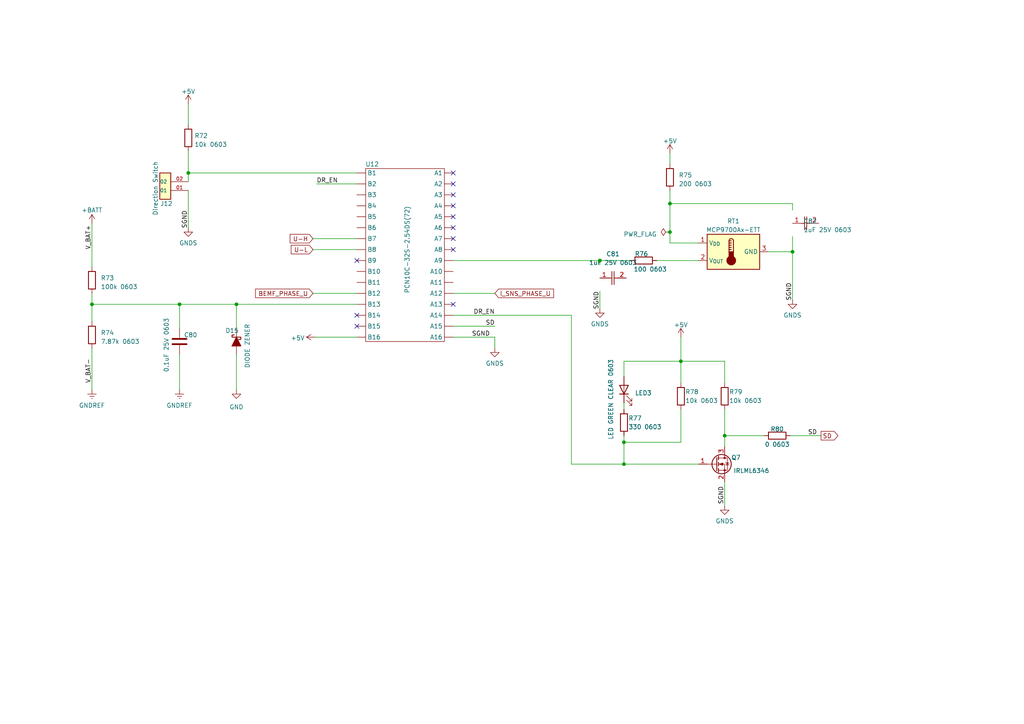
<source format=kicad_sch>
(kicad_sch (version 20231120) (generator "eeschema") (generator_version "8.0")
  (paper "A4")
  (lib_symbols
    (symbol "C0603C105K3RAC7411:C0603C105K3RAC7411" (pin_names (offset 0.254))
      (property "Reference" "C" (at 3.81 3.81 0))
      (property "Value" "C0603C105K3RAC7411" (at 3.81 -3.81 0))
      (symbol "C0603C105K3RAC7411_1_1"
        (polyline (pts (xy 2.54 0) (xy 3.4798 0)) (stroke (width 0.2032)))
        (polyline (pts (xy 3.4798 -1.905) (xy 3.4798 1.905)) (stroke (width 0.2032)))
        (polyline (pts (xy 4.1148 -1.905) (xy 4.1148 1.905)) (stroke (width 0.2032)))
        (polyline (pts (xy 4.1148 0) (xy 5.08 0)) (stroke (width 0.2032)))
        (pin unspecified line (at 0 0 0) (length 2.54) (name "") (number "1"))
        (pin unspecified line (at 7.62 0 180) (length 2.54) (name "") (number "2"))
      )
      (symbol "C0603C105K3RAC7411_1_2"
        (polyline (pts (xy -1.905 -4.1148) (xy 1.905 -4.1148)) (stroke (width 0.2032)))
        (polyline (pts (xy -1.905 -3.4798) (xy 1.905 -3.4798)) (stroke (width 0.2032)))
        (polyline (pts (xy 0 -4.1148) (xy 0 -5.08)) (stroke (width 0.2032)))
        (polyline (pts (xy 0 -2.54) (xy 0 -3.4798)) (stroke (width 0.2032)))
        (pin unspecified line (at 0 0 270) (length 2.54) (name "") (number "1"))
        (pin unspecified line (at 0 -7.62 90) (length 2.54) (name "") (number "2"))
      )
    )
    (symbol "Device:C" (pin_numbers hide) (pin_names (offset 0.254))
      (property "Reference" "C" (at 0.635 2.54 0))
      (property "Value" "C" (at 0.635 -2.54 0))
      (symbol "C_0_1"
        (polyline (pts (xy -2.032 -0.762) (xy 2.032 -0.762)) (stroke (width 0.508)))
        (polyline (pts (xy -2.032 0.762) (xy 2.032 0.762)) (stroke (width 0.508)))
      )
      (symbol "C_1_1"
        (pin passive line (at 0 3.81 270) (length 2.794) (name "~") (number "1"))
        (pin passive line (at 0 -3.81 90) (length 2.794) (name "~") (number "2"))
      )
    )
    (symbol "Device:D_Schottky_Filled" (pin_numbers hide) (pin_names (offset 1.016) hide)
      (property "Reference" "D" (at 0 2.54 0))
      (property "Value" "D_Schottky_Filled" (at 0 -2.54 0))
      (symbol "D_Schottky_Filled_0_1"
        (polyline (pts (xy 1.27 0) (xy -1.27 0)))
        (polyline (pts (xy 1.27 1.27) (xy 1.27 -1.27) (xy -1.27 0) (xy 1.27 1.27)) (stroke (width 0.254)) (fill (type outline)))
        (polyline (pts (xy -1.905 0.635) (xy -1.905 1.27) (xy -1.27 1.27) (xy -1.27 -1.27) (xy -0.635 -1.27) (xy -0.635 -0.635)) (stroke (width 0.254)))
      )
      (symbol "D_Schottky_Filled_1_1"
        (pin passive line (at -3.81 0 0) (length 2.54) (name "K") (number "1"))
        (pin passive line (at 3.81 0 180) (length 2.54) (name "A") (number "2"))
      )
    )
    (symbol "Device:LED" (pin_numbers hide) (pin_names (offset 1.016) hide)
      (property "Reference" "D" (at 0 2.54 0))
      (property "Value" "LED" (at 0 -2.54 0))
      (symbol "LED_0_1"
        (polyline (pts (xy -1.27 -1.27) (xy -1.27 1.27)) (stroke (width 0.254)))
        (polyline (pts (xy -1.27 0) (xy 1.27 0)))
        (polyline (pts (xy 1.27 -1.27) (xy 1.27 1.27) (xy -1.27 0) (xy 1.27 -1.27)) (stroke (width 0.254)))
        (polyline (pts (xy -3.048 -0.762) (xy -4.572 -2.286) (xy -3.81 -2.286) (xy -4.572 -2.286) (xy -4.572 -1.524)))
        (polyline (pts (xy -1.778 -0.762) (xy -3.302 -2.286) (xy -2.54 -2.286) (xy -3.302 -2.286) (xy -3.302 -1.524)))
      )
      (symbol "LED_1_1"
        (pin passive line (at -3.81 0 0) (length 2.54) (name "K") (number "1"))
        (pin passive line (at 3.81 0 180) (length 2.54) (name "A") (number "2"))
      )
    )
    (symbol "Device:R" (pin_numbers hide) (pin_names (offset 0))
      (property "Reference" "R" (at 2.032 0 90))
      (property "Value" "R" (at 0 0 90))
      (symbol "R_0_1"
        (rectangle (start -1.016 -2.54) (end 1.016 2.54) (stroke (width 0.254)))
      )
      (symbol "R_1_1"
        (pin passive line (at 0 3.81 270) (length 1.27) (name "~") (number "1"))
        (pin passive line (at 0 -3.81 90) (length 1.27) (name "~") (number "2"))
      )
    )
    (symbol "PCN10C-32S-2:PCN10C-32S-2.54DS(72)"
      (property "Reference" "U?" (at -9.525 26.035 0))
      (property "Value" "PCN10C-32S-2.54DS(72)" (at 0.889 4.699 90))
      (symbol "PCN10C-32S-2.54DS(72)_0_1"
        (rectangle (start -11.43 24.765) (end 11.43 -25.4))
      )
      (symbol "PCN10C-32S-2.54DS(72)_1_1"
        (pin passive line (at 13.97 23.495 180) (length 2.54) (name "A1") (number ""))
        (pin passive line (at 13.97 -5.08 180) (length 2.54) (name "A10") (number ""))
        (pin passive line (at 13.97 -8.255 180) (length 2.54) (name "A11") (number ""))
        (pin passive line (at 13.97 -11.43 180) (length 2.54) (name "A12") (number ""))
        (pin passive line (at 13.97 -14.605 180) (length 2.54) (name "A13") (number ""))
        (pin passive line (at 13.97 -17.78 180) (length 2.54) (name "A14") (number ""))
        (pin passive line (at 13.97 -20.955 180) (length 2.54) (name "A15") (number ""))
        (pin passive line (at 13.97 -24.13 180) (length 2.54) (name "A16") (number ""))
        (pin passive line (at 13.97 20.32 180) (length 2.54) (name "A2") (number ""))
        (pin passive line (at 13.97 17.145 180) (length 2.54) (name "A3") (number ""))
        (pin passive line (at 13.97 13.97 180) (length 2.54) (name "A4") (number ""))
        (pin passive line (at 13.97 10.795 180) (length 2.54) (name "A5") (number ""))
        (pin passive line (at 13.97 7.62 180) (length 2.54) (name "A6") (number ""))
        (pin passive line (at 13.97 4.445 180) (length 2.54) (name "A7") (number ""))
        (pin passive line (at 13.97 1.27 180) (length 2.54) (name "A8") (number ""))
        (pin passive line (at 13.97 -1.905 180) (length 2.54) (name "A9") (number ""))
        (pin passive line (at -13.97 23.495 0) (length 2.54) (name "B1") (number ""))
        (pin passive line (at -13.97 -5.08 0) (length 2.54) (name "B10") (number ""))
        (pin passive line (at -13.97 -8.255 0) (length 2.54) (name "B11") (number ""))
        (pin passive line (at -13.97 -11.43 0) (length 2.54) (name "B12") (number ""))
        (pin passive line (at -13.97 -14.605 0) (length 2.54) (name "B13") (number ""))
        (pin passive line (at -13.97 -17.78 0) (length 2.54) (name "B14") (number ""))
        (pin passive line (at -13.97 -20.955 0) (length 2.54) (name "B15") (number ""))
        (pin passive line (at -13.97 -24.13 0) (length 2.54) (name "B16") (number ""))
        (pin passive line (at -13.97 20.32 0) (length 2.54) (name "B2") (number ""))
        (pin passive line (at -13.97 17.145 0) (length 2.54) (name "B3") (number ""))
        (pin passive line (at -13.97 13.97 0) (length 2.54) (name "B4") (number ""))
        (pin passive line (at -13.97 10.795 0) (length 2.54) (name "B5") (number ""))
        (pin passive line (at -13.97 7.62 0) (length 2.54) (name "B6") (number ""))
        (pin passive line (at -13.97 4.445 0) (length 2.54) (name "B7") (number ""))
        (pin passive line (at -13.97 1.27 0) (length 2.54) (name "B8") (number ""))
        (pin passive line (at -13.97 -1.905 0) (length 2.54) (name "B9") (number ""))
      )
    )
    (symbol "Sensor_Temperature:MCP9700Ax-ETT"
      (property "Reference" "U?" (at -5.08 6.35 0))
      (property "Value" "MCP9700Ax-ETT" (at 7.62 -6.35 0))
      (symbol "MCP9700Ax-ETT_0_1"
        (rectangle (start -7.62 5.08) (end 7.62 -5.08) (stroke (width 0.254)) (fill (type background)))
        (rectangle (start -1.27 0) (end 0 -1.905) (stroke (width 0.254)) (fill (type outline)))
        (circle (center -0.635 -2.54) (radius 1.27) (stroke (width 0.254)) (fill (type outline)))
        (polyline (pts (xy -1.27 0.635) (xy -0.635 0.635)) (stroke (width 0.254)))
        (polyline (pts (xy -1.27 1.27) (xy -0.635 1.27)) (stroke (width 0.254)))
        (polyline (pts (xy -1.27 1.905) (xy -0.635 1.905)) (stroke (width 0.254)))
        (polyline (pts (xy -1.27 2.54) (xy -0.635 2.54)) (stroke (width 0.254)))
        (polyline (pts (xy -1.27 3.175) (xy -1.27 0)) (stroke (width 0.254)))
        (polyline (pts (xy -1.27 3.175) (xy -0.635 3.175)) (stroke (width 0.254)))
        (polyline (pts (xy 0 3.175) (xy 0 0)) (stroke (width 0.254)))
        (arc (start 0 3.175) (mid -0.635 3.8073) (end -1.27 3.175) (stroke (width 0.254)))
      )
      (symbol "MCP9700Ax-ETT_1_1"
        (pin power_in line (at -10.16 2.54 0) (length 2.54) (name "V_{DD}") (number "1"))
        (pin output line (at -10.16 -2.54 0) (length 2.54) (name "V_{OUT}") (number "2"))
        (pin power_in line (at 10.16 0 180) (length 2.54) (name "GND") (number "3"))
      )
    )
    (symbol "TSW-102-08-L-S:TSW-102-08-L-S" (pin_names (offset 1.016))
      (property "Reference" "J?" (at 0 6.35 0))
      (property "Value" "TSW-102-08-L-S" (at 0 3.81 0))
      (symbol "TSW-102-08-L-S_0_0"
        (rectangle (start -7.62 5.08) (end -4.445 -2.54) (stroke (width 0.254)) (fill (type background)))
        (pin passive line (at -12.7 2.54 0) (length 5.08) (name "01") (number "01"))
        (pin passive line (at -12.7 0 0) (length 5.08) (name "02") (number "02"))
      )
    )
    (symbol "Transistor_FET:IRLML0030" (pin_names hide)
      (property "Reference" "Q" (at 5.08 1.905 0))
      (property "Value" "IRLML0030" (at 5.08 0 0))
      (symbol "IRLML0030_0_1"
        (polyline (pts (xy 0.254 0) (xy -2.54 0)))
        (polyline (pts (xy 0.254 1.905) (xy 0.254 -1.905)) (stroke (width 0.254)))
        (polyline (pts (xy 0.762 -1.27) (xy 0.762 -2.286)) (stroke (width 0.254)))
        (polyline (pts (xy 0.762 0.508) (xy 0.762 -0.508)) (stroke (width 0.254)))
        (polyline (pts (xy 0.762 2.286) (xy 0.762 1.27)) (stroke (width 0.254)))
        (polyline (pts (xy 2.54 2.54) (xy 2.54 1.778)))
        (polyline (pts (xy 2.54 -2.54) (xy 2.54 0) (xy 0.762 0)))
        (polyline (pts (xy 0.762 -1.778) (xy 3.302 -1.778) (xy 3.302 1.778) (xy 0.762 1.778)))
        (polyline (pts (xy 1.016 0) (xy 2.032 0.381) (xy 2.032 -0.381) (xy 1.016 0)) (fill (type outline)))
        (polyline (pts (xy 2.794 0.508) (xy 2.921 0.381) (xy 3.683 0.381) (xy 3.81 0.254)))
        (polyline (pts (xy 3.302 0.381) (xy 2.921 -0.254) (xy 3.683 -0.254) (xy 3.302 0.381)))
        (circle (center 1.651 0) (radius 2.794) (stroke (width 0.254)))
        (circle (center 2.54 -1.778) (radius 0.254) (fill (type outline)))
        (circle (center 2.54 1.778) (radius 0.254) (fill (type outline)))
      )
      (symbol "IRLML0030_1_1"
        (pin input line (at -5.08 0 0) (length 2.54) (name "G") (number "1"))
        (pin passive line (at 2.54 -5.08 90) (length 2.54) (name "S") (number "2"))
        (pin passive line (at 2.54 5.08 270) (length 2.54) (name "D") (number "3"))
      )
    )
    (symbol "power:+5V" (power) (pin_names (offset 0))
      (property "Value" "+5V" (at 0 3.556 0))
      (symbol "+5V_0_1"
        (polyline (pts (xy -0.762 1.27) (xy 0 2.54)))
        (polyline (pts (xy 0 0) (xy 0 2.54)))
        (polyline (pts (xy 0 2.54) (xy 0.762 1.27)))
      )
      (symbol "+5V_1_1"
        (pin power_in line (at 0 0 90) (length 0) hide (name "+5V") (number "1"))
      )
    )
    (symbol "power:+BATT" (power) (pin_names (offset 0))
      (property "Value" "+BATT" (at 0 3.556 0))
      (symbol "+BATT_0_1"
        (polyline (pts (xy -0.762 1.27) (xy 0 2.54)))
        (polyline (pts (xy 0 0) (xy 0 2.54)))
        (polyline (pts (xy 0 2.54) (xy 0.762 1.27)))
      )
      (symbol "+BATT_1_1"
        (pin power_in line (at 0 0 90) (length 0) hide (name "+BATT") (number "1"))
      )
    )
    (symbol "power:GND" (power) (pin_names (offset 0))
      (property "Value" "GND" (at 0 -3.81 0))
      (symbol "GND_0_1"
        (polyline (pts (xy 0 0) (xy 0 -1.27) (xy 1.27 -1.27) (xy 0 -2.54) (xy -1.27 -1.27) (xy 0 -1.27)))
      )
      (symbol "GND_1_1"
        (pin power_in line (at 0 0 270) (length 0) hide (name "GND") (number "1"))
      )
    )
    (symbol "power:GNDREF" (power) (pin_names (offset 0))
      (property "Value" "GNDREF" (at 0 -3.81 0))
      (symbol "GNDREF_0_1"
        (polyline (pts (xy -0.635 -1.905) (xy 0.635 -1.905)))
        (polyline (pts (xy -0.127 -2.54) (xy 0.127 -2.54)))
        (polyline (pts (xy 0 -1.27) (xy 0 0)))
        (polyline (pts (xy 1.27 -1.27) (xy -1.27 -1.27)))
      )
      (symbol "GNDREF_1_1"
        (pin power_in line (at 0 0 270) (length 0) hide (name "GNDREF") (number "1"))
      )
    )
    (symbol "power:GNDS" (power) (pin_names (offset 0))
      (property "Value" "GNDS" (at 0 -3.81 0))
      (symbol "GNDS_0_1"
        (polyline (pts (xy 0 0) (xy 0 -1.27) (xy 1.27 -1.27) (xy 0 -2.54) (xy -1.27 -1.27) (xy 0 -1.27)))
      )
      (symbol "GNDS_1_1"
        (pin power_in line (at 0 0 270) (length 0) hide (name "GNDS") (number "1"))
      )
    )
    (symbol "power:PWR_FLAG" (power) (pin_numbers hide) (pin_names (offset 0) hide)
      (property "Value" "PWR_FLAG" (at 0 3.81 0))
      (symbol "PWR_FLAG_0_0"
        (pin power_out line (at 0 0 90) (length 0) (name "pwr") (number "1"))
      )
      (symbol "PWR_FLAG_0_1"
        (polyline (pts (xy 0 0) (xy 0 1.27) (xy -1.016 1.905) (xy 0 2.54) (xy 1.016 1.905) (xy 0 1.27)))
      )
    )
  )
  (junction (at 229.87 73.025))
  (junction (at 180.975 128.27))
  (junction (at 26.67 88.265))
  (junction (at 194.31 67.31))
  (junction (at 180.975 134.62))
  (junction (at 173.99 75.565))
  (junction (at 194.31 59.055))
  (junction (at 52.07 88.265))
  (junction (at 197.485 104.775))
  (junction (at 210.185 126.365))
  (junction (at 68.58 88.265))
  (junction (at 54.61 50.165))
  (no_connect (at 131.445 59.69))
  (no_connect (at 131.445 72.39))
  (no_connect (at 131.445 69.215))
  (no_connect (at 103.505 75.565))
  (no_connect (at 131.445 53.34))
  (no_connect (at 131.445 62.865))
  (no_connect (at 131.445 88.265))
  (no_connect (at 131.445 56.515))
  (no_connect (at 103.505 91.44))
  (no_connect (at 131.445 66.04))
  (no_connect (at 131.445 50.165))
  (no_connect (at 103.505 94.615))
  (wire (pts (xy 194.31 59.055) (xy 194.31 55.245)))
  (wire (pts (xy 131.445 91.44) (xy 165.735 91.44)))
  (wire (pts (xy 26.67 64.77) (xy 26.67 77.47)))
  (wire (pts (xy 165.735 91.44) (xy 165.735 134.62)))
  (wire (pts (xy 54.61 50.165) (xy 103.505 50.165)))
  (wire (pts (xy 131.445 97.79) (xy 143.51 97.79)))
  (wire (pts (xy 190.5 75.565) (xy 202.565 75.565)))
  (wire (pts (xy 52.07 88.265) (xy 68.58 88.265)))
  (wire (pts (xy 194.31 44.45) (xy 194.31 47.625)))
  (wire (pts (xy 202.565 134.62) (xy 180.975 134.62)))
  (wire (pts (xy 180.975 116.84) (xy 180.975 118.745)))
  (wire (pts (xy 68.58 88.265) (xy 103.505 88.265)))
  (wire (pts (xy 210.185 126.365) (xy 221.615 126.365)))
  (wire (pts (xy 54.61 50.165) (xy 54.61 43.815)))
  (wire (pts (xy 197.485 128.27) (xy 180.975 128.27)))
  (wire (pts (xy 165.735 134.62) (xy 180.975 134.62)))
  (wire (pts (xy 143.51 97.79) (xy 143.51 100.965)))
  (wire (pts (xy 229.87 59.055) (xy 229.87 60.96)))
  (wire (pts (xy 229.87 73.025) (xy 222.885 73.025)))
  (wire (pts (xy 180.975 128.27) (xy 180.975 134.62)))
  (wire (pts (xy 210.185 118.745) (xy 210.185 126.365)))
  (wire (pts (xy 103.505 85.09) (xy 90.805 85.09)))
  (wire (pts (xy 68.58 88.265) (xy 68.58 95.25)))
  (wire (pts (xy 26.67 85.09) (xy 26.67 88.265)))
  (wire (pts (xy 210.185 104.775) (xy 197.485 104.775)))
  (wire (pts (xy 131.445 94.615) (xy 143.51 94.615)))
  (wire (pts (xy 197.485 104.775) (xy 180.975 104.775)))
  (wire (pts (xy 197.485 97.79) (xy 197.485 104.775)))
  (wire (pts (xy 54.61 55.245) (xy 54.61 66.04)))
  (wire (pts (xy 229.235 126.365) (xy 238.125 126.365)))
  (wire (pts (xy 180.975 104.775) (xy 180.975 109.22)))
  (wire (pts (xy 91.821 53.34) (xy 103.505 53.34)))
  (wire (pts (xy 173.99 84.455) (xy 173.99 89.535)))
  (wire (pts (xy 91.44 97.79) (xy 103.505 97.79)))
  (wire (pts (xy 131.445 75.565) (xy 173.99 75.565)))
  (wire (pts (xy 202.565 70.485) (xy 194.31 70.485)))
  (wire (pts (xy 180.975 126.365) (xy 180.975 128.27)))
  (wire (pts (xy 197.485 118.745) (xy 197.485 128.27)))
  (wire (pts (xy 197.485 111.125) (xy 197.485 104.775)))
  (wire (pts (xy 229.87 68.58) (xy 229.87 73.025)))
  (wire (pts (xy 103.505 72.39) (xy 90.805 72.39)))
  (wire (pts (xy 210.185 139.7) (xy 210.185 146.685)))
  (wire (pts (xy 210.185 111.125) (xy 210.185 104.775)))
  (wire (pts (xy 52.07 88.265) (xy 52.07 95.25)))
  (wire (pts (xy 26.67 100.965) (xy 26.67 113.03)))
  (wire (pts (xy 26.67 88.265) (xy 52.07 88.265)))
  (wire (pts (xy 173.99 76.835) (xy 173.99 75.565)))
  (wire (pts (xy 52.07 102.87) (xy 52.07 113.03)))
  (wire (pts (xy 26.67 88.265) (xy 26.67 93.345)))
  (wire (pts (xy 173.99 75.565) (xy 182.88 75.565)))
  (wire (pts (xy 210.185 126.365) (xy 210.185 129.54)))
  (wire (pts (xy 103.505 69.215) (xy 90.805 69.215)))
  (wire (pts (xy 54.61 30.099) (xy 54.61 36.195)))
  (wire (pts (xy 229.87 73.025) (xy 229.87 86.995)))
  (wire (pts (xy 194.31 67.31) (xy 194.31 59.055)))
  (wire (pts (xy 68.58 102.87) (xy 68.58 113.03)))
  (wire (pts (xy 194.31 59.055) (xy 229.87 59.055)))
  (wire (pts (xy 194.31 70.485) (xy 194.31 67.31)))
  (wire (pts (xy 131.445 85.09) (xy 143.51 85.09)))
  (wire (pts (xy 54.61 50.165) (xy 54.61 52.705)))
  (label "SGND" (at 173.99 84.455 270))
  (label "SGND" (at 210.185 140.97 270))
  (label "V_BAT-" (at 26.67 111.125 90))
  (label "SGND" (at 142.113 97.79 180))
  (label "DR_EN" (at 91.821 53.34 0))
  (label "SD" (at 234.315 126.365 0))
  (label "SGND" (at 229.87 81.915 270))
  (label "SGND" (at 54.61 60.96 270))
  (label "DR_EN" (at 143.51 91.44 180))
  (label "SD" (at 143.51 94.615 180))
  (label "V_BAT+" (at 26.67 72.39 90))
  (global_label "SD" (shape output) (at 238.125 126.365 0) (property "Intersheetrefs" "${INTERSHEET_REFS}" (effects (hide yes))))
  (global_label "BEMF_PHASE_U" (shape input) (at 90.805 85.09 180) (property "Intersheetrefs" "${INTERSHEET_REFS}" (effects (hide yes))))
  (global_label "U-H" (shape input) (at 90.805 69.215 180) (property "Intersheetrefs" "${INTERSHEET_REFS}" (effects (hide yes))))
  (global_label "U-L" (shape input) (at 90.805 72.39 180) (property "Intersheetrefs" "${INTERSHEET_REFS}" (effects (hide yes))))
  (global_label "I_SNS_PHASE_U" (shape input) (at 143.51 85.09 0) (property "Intersheetrefs" "${INTERSHEET_REFS}" (effects (hide yes))))
  (symbol (lib_id "Device:LED") (at 180.975 113.03 90) (unit 1)
    (property "Reference" "LED3" (at 184.15 113.9825 90) (effects (justify right)))
    (property "Value" "LED GREEN CLEAR 0603" (at 177.165 104.14 0) (effects (justify right)))
  )
  (symbol (lib_id "PCN10C-32S-2:PCN10C-32S-2.54DS(72)") (at 117.475 73.66 0) (unit 1)
    (property "Reference" "U12" (at 107.95 47.625 0))
    (property "Value" "PCN10C-32S-2.54DS(72)" (at 118.11 72.39 90))
  )
  (symbol (lib_id "Device:D_Schottky_Filled") (at 68.58 99.06 90) (mirror x) (unit 1)
    (property "Reference" "D15" (at 67.31 95.885 90))
    (property "Value" "DIODE ZENER" (at 71.755 100.33 0))
  )
  (symbol (lib_id "power:GNDS") (at 210.185 146.685 0) (unit 1)
    (property "Reference" "#PWR083" (effects (hide yes)))
    (property "Value" "GNDS" (at 210.185 151.13 0))
  )
  (symbol (lib_id "Device:R") (at 225.425 126.365 270) (unit 1)
    (property "Reference" "R80" (at 225.425 124.46 90))
    (property "Value" "0 0603" (at 225.425 128.905 90))
  )
  (symbol (lib_id "power:GNDS") (at 173.99 89.535 0) (unit 1)
    (property "Reference" "#PWR079" (effects (hide yes)))
    (property "Value" "GNDS" (at 173.99 93.98 0))
  )
  (symbol (lib_id "power:+BATT") (at 26.67 64.77 0) (unit 1)
    (property "Reference" "#PWR077" (effects (hide yes)))
    (property "Value" "+BATT" (at 26.67 60.96 0))
  )
  (symbol (lib_id "power:GNDREF") (at 52.07 113.03 0) (unit 1)
    (property "Reference" "#PWR09" (effects (hide yes)))
    (property "Value" "GNDREF" (at 52.07 117.602 0))
  )
  (symbol (lib_id "power:GNDS") (at 143.51 100.965 0) (unit 1)
    (property "Reference" "#PWR08" (effects (hide yes)))
    (property "Value" "GNDS" (at 143.51 105.41 0))
  )
  (symbol (lib_id "power:GND") (at 68.58 113.03 0) (unit 1)
    (property "Reference" "#PWR011" (effects (hide yes)))
    (property "Value" "GND" (at 68.58 118.0592 0))
  )
  (symbol (lib_id "Device:R") (at 26.67 81.28 0) (unit 1)
    (property "Reference" "R73" (at 29.21 80.645 0) (effects (justify left)))
    (property "Value" "100k 0603" (at 29.21 83.185 0) (effects (justify left)))
  )
  (symbol (lib_id "Device:R") (at 194.31 51.435 180) (unit 1)
    (property "Reference" "R75" (at 196.85 50.8 0) (effects (justify right)))
    (property "Value" "200 0603" (at 196.85 53.34 0) (effects (justify right)))
  )
  (symbol (lib_id "Device:R") (at 197.485 114.935 180) (unit 1)
    (property "Reference" "R78" (at 198.755 113.665 0) (effects (justify right)))
    (property "Value" "10k 0603" (at 198.755 116.205 0) (effects (justify right)))
  )
  (symbol (lib_id "power:+5V") (at 54.61 30.099 0) (unit 1)
    (property "Reference" "#PWR06" (effects (hide yes)))
    (property "Value" "+5V" (at 54.61 26.543 0))
  )
  (symbol (lib_id "C0603C105K3RAC7411:C0603C105K3RAC7411") (at 229.87 64.77 0) (unit 1)
    (property "Reference" "C82" (at 233.045 64.135 0) (effects (justify left)))
    (property "Value" "1uF 25V 0603" (at 233.045 66.675 0) (effects (justify left)))
    (property "Footprint" "just-footprints:CAPC17595_95N_KEM" (effects (hide yes)))
    (property "Datasheet" "C0603C105K3RAC7411" (effects (hide yes)))
  )
  (symbol (lib_id "power:+5V") (at 197.485 97.79 0) (unit 1)
    (property "Reference" "#PWR082" (effects (hide yes)))
    (property "Value" "+5V" (at 197.485 94.234 0))
  )
  (symbol (lib_id "power:PWR_FLAG") (at 194.31 67.31 90) (unit 1)
    (property "Reference" "#FLG016" (effects (hide yes)))
    (property "Value" "PWR_FLAG" (at 190.5 67.945 90) (effects (justify left)))
  )
  (symbol (lib_id "Device:R") (at 26.67 97.155 0) (unit 1)
    (property "Reference" "R74" (at 29.21 96.52 0) (effects (justify left)))
    (property "Value" "7.87k 0603" (at 29.21 99.06 0) (effects (justify left)))
  )
  (symbol (lib_id "Device:C") (at 52.07 99.06 0) (unit 1)
    (property "Reference" "C80" (at 53.34 97.155 0) (effects (justify left)))
    (property "Value" "0.1uF 25V 0603" (at 48.26 107.95 90) (effects (justify left)))
  )
  (symbol (lib_id "power:+5V") (at 194.31 44.45 0) (unit 1)
    (property "Reference" "#PWR080" (effects (hide yes)))
    (property "Value" "+5V" (at 194.31 40.894 0))
  )
  (symbol (lib_id "Device:R") (at 180.975 122.555 180) (unit 1)
    (property "Reference" "R77" (at 182.245 121.285 0) (effects (justify right)))
    (property "Value" "330 0603" (at 182.245 123.825 0) (effects (justify right)))
  )
  (symbol (lib_id "Transistor_FET:IRLML0030") (at 207.645 134.62 0) (unit 1)
    (property "Reference" "Q7" (at 212.09 132.715 0) (effects (justify left)))
    (property "Value" "IRLML6346" (at 212.725 136.525 0) (effects (justify left)))
    (property "Footprint" "Package_TO_SOT_SMD:SOT-23" (effects (hide yes)))
    (property "Datasheet" "https://www.infineon.com/dgdl/irlml0030pbf.pdf?fileId=5546d462533600a401535664773825df" (effects (hide yes)))
  )
  (symbol (lib_id "TSW-102-08-L-S:TSW-102-08-L-S") (at 41.91 52.705 180) (unit 1)
    (property "Reference" "J12" (at 48.26 59.055 0))
    (property "Value" "Direction Switch" (at 45.085 54.61 90))
    (property "Footprint" "TSW-102-08-L-S:SAMTEC_TSW-102-08-L-S" (effects (hide yes)))
    (property "PARTREV" "R" (effects (hide yes)))
    (property "STANDARD" "Manufacturer Recommendations" (effects (hide yes)))
    (property "MANUFACTURER" "Samtec Inc." (effects (hide yes)))
  )
  (symbol (lib_id "power:GNDS") (at 229.87 86.995 0) (unit 1)
    (property "Reference" "#PWR081" (effects (hide yes)))
    (property "Value" "GNDS" (at 229.87 91.44 0))
  )
  (symbol (lib_id "Device:R") (at 54.61 40.005 0) (unit 1)
    (property "Reference" "R72" (at 56.388 39.37 0) (effects (justify left)))
    (property "Value" "10k 0603" (at 56.388 41.91 0) (effects (justify left)))
  )
  (symbol (lib_id "Device:R") (at 186.69 75.565 90) (unit 1)
    (property "Reference" "R76" (at 186.055 73.66 90))
    (property "Value" "100 0603" (at 188.595 78.105 90))
  )
  (symbol (lib_id "Device:R") (at 210.185 114.935 180) (unit 1)
    (property "Reference" "R79" (at 211.455 113.665 0) (effects (justify right)))
    (property "Value" "10k 0603" (at 211.455 116.205 0) (effects (justify right)))
  )
  (symbol (lib_id "power:+5V") (at 91.44 97.79 90) (unit 1)
    (property "Reference" "#PWR010" (effects (hide yes)))
    (property "Value" "+5V" (at 88.392 98.044 90) (effects (justify left)))
  )
  (symbol (lib_id "power:GNDREF") (at 26.67 113.03 0) (unit 1)
    (property "Reference" "#PWR07" (effects (hide yes)))
    (property "Value" "GNDREF" (at 26.67 117.602 0))
  )
  (symbol (lib_id "Sensor_Temperature:MCP9700Ax-ETT") (at 212.725 73.025 0) (unit 1)
    (property "Reference" "RT1" (at 212.725 64.135 0))
    (property "Value" "MCP9700Ax-ETT" (at 212.725 66.675 0))
    (property "Footprint" "Package_TO_SOT_SMD:SOT-23" (effects (hide yes)))
    (property "Datasheet" "http://ww1.microchip.com/downloads/en/devicedoc/20001942g.pdf" (effects (hide yes)))
  )
  (symbol (lib_id "power:GNDS") (at 54.61 66.04 0) (unit 1)
    (property "Reference" "#PWR078" (effects (hide yes)))
    (property "Value" "GNDS" (at 54.61 70.485 0))
  )
  (symbol (lib_id "C0603C105K3RAC7411:C0603C105K3RAC7411") (at 173.99 80.645 0) (unit 1)
    (property "Reference" "C81" (at 177.8 73.66 0))
    (property "Value" "1uF 25V 0603" (at 177.8 76.2 0))
    (property "Footprint" "just-footprints:CAPC17595_95N_KEM" (effects (hide yes)))
    (property "Datasheet" "C0603C105K3RAC7411" (effects (hide yes)))
  )
)
</source>
